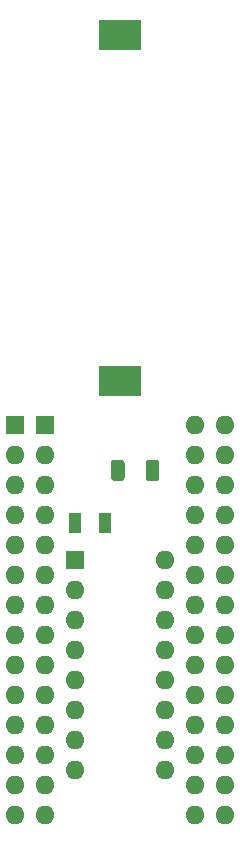
<source format=gts>
%TF.GenerationSoftware,KiCad,Pcbnew,(5.1.9)-1*%
%TF.CreationDate,2021-05-18T21:14:01+08:00*%
%TF.ProjectId,SmartWatchRedux-E-SMT,536d6172-7457-4617-9463-685265647578,rev?*%
%TF.SameCoordinates,Original*%
%TF.FileFunction,Soldermask,Top*%
%TF.FilePolarity,Negative*%
%FSLAX46Y46*%
G04 Gerber Fmt 4.6, Leading zero omitted, Abs format (unit mm)*
G04 Created by KiCad (PCBNEW (5.1.9)-1) date 2021-05-18 21:14:01*
%MOMM*%
%LPD*%
G01*
G04 APERTURE LIST*
%ADD10R,1.000000X1.800000*%
%ADD11R,3.600000X2.600000*%
%ADD12O,1.600000X1.600000*%
%ADD13R,1.600000X1.600000*%
G04 APERTURE END LIST*
D10*
%TO.C,Y1*%
X115550000Y-71755000D03*
X113050000Y-71755000D03*
%TD*%
D11*
%TO.C,BAT1*%
X116840000Y-59735000D03*
X116840000Y-30435000D03*
%TD*%
%TO.C,C1*%
G36*
G01*
X117210000Y-66659999D02*
X117210000Y-67960001D01*
G75*
G02*
X116960001Y-68210000I-249999J0D01*
G01*
X116309999Y-68210000D01*
G75*
G02*
X116060000Y-67960001I0J249999D01*
G01*
X116060000Y-66659999D01*
G75*
G02*
X116309999Y-66410000I249999J0D01*
G01*
X116960001Y-66410000D01*
G75*
G02*
X117210000Y-66659999I0J-249999D01*
G01*
G37*
G36*
G01*
X120160000Y-66659999D02*
X120160000Y-67960001D01*
G75*
G02*
X119910001Y-68210000I-249999J0D01*
G01*
X119259999Y-68210000D01*
G75*
G02*
X119010000Y-67960001I0J249999D01*
G01*
X119010000Y-66659999D01*
G75*
G02*
X119259999Y-66410000I249999J0D01*
G01*
X119910001Y-66410000D01*
G75*
G02*
X120160000Y-66659999I0J-249999D01*
G01*
G37*
%TD*%
D12*
%TO.C,CN1*%
X123190000Y-63500000D03*
X107950000Y-96520000D03*
X123190000Y-66040000D03*
X107950000Y-93980000D03*
X123190000Y-68580000D03*
X107950000Y-91440000D03*
X123190000Y-71120000D03*
X107950000Y-88900000D03*
X123190000Y-73660000D03*
X107950000Y-86360000D03*
X123190000Y-76200000D03*
X107950000Y-83820000D03*
X123190000Y-78740000D03*
X107950000Y-81280000D03*
X123190000Y-81280000D03*
X107950000Y-78740000D03*
X123190000Y-83820000D03*
X107950000Y-76200000D03*
X123190000Y-86360000D03*
X107950000Y-73660000D03*
X123190000Y-88900000D03*
X107950000Y-71120000D03*
X123190000Y-91440000D03*
X107950000Y-68580000D03*
X123190000Y-93980000D03*
X107950000Y-66040000D03*
X123190000Y-96520000D03*
D13*
X107950000Y-63500000D03*
%TD*%
D12*
%TO.C,U1*%
X125730000Y-63500000D03*
X110490000Y-96520000D03*
X125730000Y-66040000D03*
X110490000Y-93980000D03*
X125730000Y-68580000D03*
X110490000Y-91440000D03*
X125730000Y-71120000D03*
X110490000Y-88900000D03*
X125730000Y-73660000D03*
X110490000Y-86360000D03*
X125730000Y-76200000D03*
X110490000Y-83820000D03*
X125730000Y-78740000D03*
X110490000Y-81280000D03*
X125730000Y-81280000D03*
X110490000Y-78740000D03*
X125730000Y-83820000D03*
X110490000Y-76200000D03*
X125730000Y-86360000D03*
X110490000Y-73660000D03*
X125730000Y-88900000D03*
X110490000Y-71120000D03*
X125730000Y-91440000D03*
X110490000Y-68580000D03*
X125730000Y-93980000D03*
X110490000Y-66040000D03*
X125730000Y-96520000D03*
D13*
X110490000Y-63500000D03*
%TD*%
D12*
%TO.C,U2*%
X120650000Y-74930000D03*
X113030000Y-92710000D03*
X120650000Y-77470000D03*
X113030000Y-90170000D03*
X120650000Y-80010000D03*
X113030000Y-87630000D03*
X120650000Y-82550000D03*
X113030000Y-85090000D03*
X120650000Y-85090000D03*
X113030000Y-82550000D03*
X120650000Y-87630000D03*
X113030000Y-80010000D03*
X120650000Y-90170000D03*
X113030000Y-77470000D03*
X120650000Y-92710000D03*
D13*
X113030000Y-74930000D03*
%TD*%
M02*

</source>
